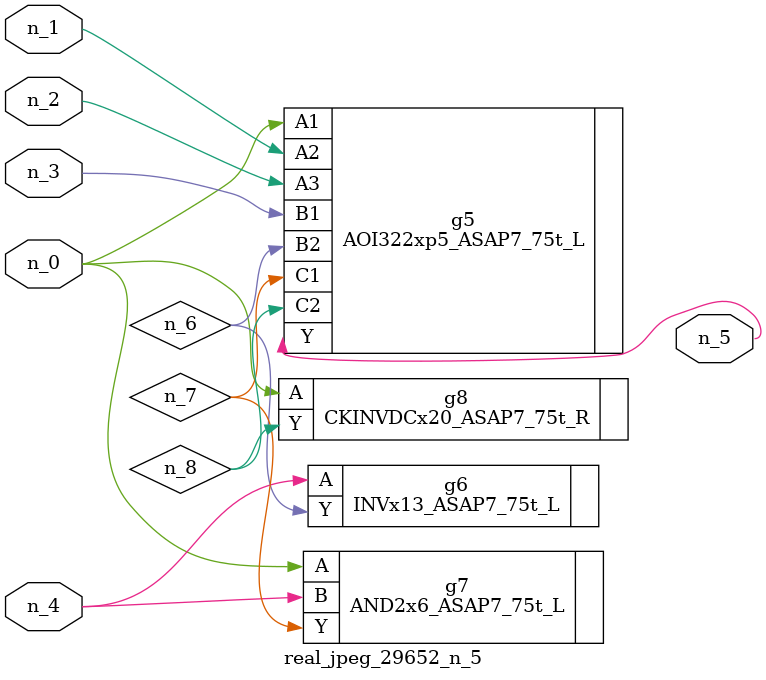
<source format=v>
module real_jpeg_29652_n_5 (n_4, n_0, n_1, n_2, n_3, n_5);

input n_4;
input n_0;
input n_1;
input n_2;
input n_3;

output n_5;

wire n_8;
wire n_6;
wire n_7;

AOI322xp5_ASAP7_75t_L g5 ( 
.A1(n_0),
.A2(n_1),
.A3(n_2),
.B1(n_3),
.B2(n_6),
.C1(n_7),
.C2(n_8),
.Y(n_5)
);

AND2x6_ASAP7_75t_L g7 ( 
.A(n_0),
.B(n_4),
.Y(n_7)
);

CKINVDCx20_ASAP7_75t_R g8 ( 
.A(n_0),
.Y(n_8)
);

INVx13_ASAP7_75t_L g6 ( 
.A(n_4),
.Y(n_6)
);


endmodule
</source>
